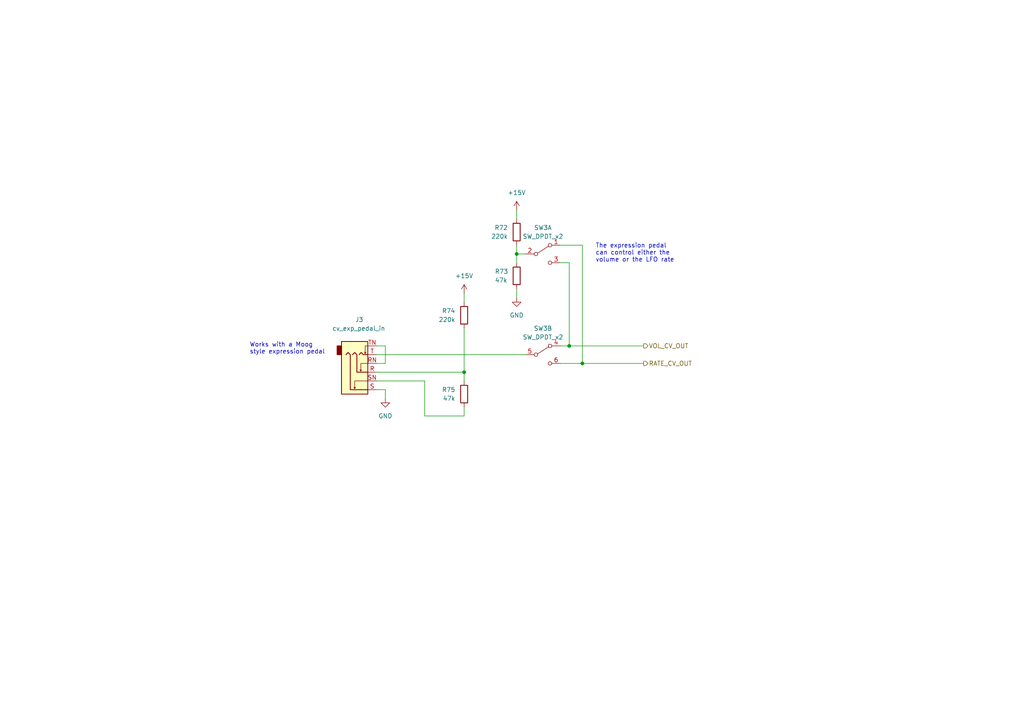
<source format=kicad_sch>
(kicad_sch (version 20211123) (generator eeschema)
  (paper "A4")
  (title_block (title "Wiggly EQ") (date "2022-08-01") (rev "0") (comment 2 "creativecommons.org/licenses/by/4.0") (comment 3 "License: CC by 4.0") (comment 4 "Author: Jordan Aceto"))
  (lib_symbols
    (symbol "Connector:AudioJack3_Switch"
      (property "Reference" "J" (at 0 11.43 0))
      (property "Value" "AudioJack3_Switch" (at 0 8.89 0))
      (symbol "AudioJack3_Switch_0_1"
        (rectangle (start -5.08 -5.08) (end -6.35 -7.62) (stroke (width 0.254)) (fill (type outline)))
        (polyline (pts (xy -1.27 4.826) (xy -1.016 4.318)))
        (polyline (pts (xy 0.508 -0.254) (xy 0.762 -0.762)))
        (polyline (pts (xy 1.778 -5.334) (xy 2.032 -5.842)))
        (polyline (pts (xy 0 -5.08) (xy 0.635 -5.715) (xy 1.27 -5.08) (xy 2.54 -5.08)) (stroke (width 0.254)))
        (polyline (pts (xy 2.54 -7.62) (xy 1.778 -7.62) (xy 1.778 -5.334) (xy 1.524 -5.842)))
        (polyline (pts (xy 2.54 -2.54) (xy 0.508 -2.54) (xy 0.508 -0.254) (xy 0.254 -0.762)))
        (polyline (pts (xy 2.54 2.54) (xy -1.27 2.54) (xy -1.27 4.826) (xy -1.524 4.318)))
        (polyline (pts (xy -1.905 -5.08) (xy -1.27 -5.715) (xy -0.635 -5.08) (xy -0.635 0) (xy 2.54 0)) (stroke (width 0.254)))
        (polyline (pts (xy 2.54 5.08) (xy -2.54 5.08) (xy -2.54 -5.08) (xy -3.175 -5.715) (xy -3.81 -5.08)) (stroke (width 0.254)))
        (rectangle (start 2.54 6.35) (end -5.08 -8.89) (stroke (width 0.254)) (fill (type background)))
      )
      (symbol "AudioJack3_Switch_1_1"
        (pin passive line (at 5.08 0 180) (length 2.54) (name "~") (number "R"))
        (pin passive line (at 5.08 -2.54 180) (length 2.54) (name "~") (number "RN"))
        (pin passive line (at 5.08 5.08 180) (length 2.54) (name "~") (number "S"))
        (pin passive line (at 5.08 2.54 180) (length 2.54) (name "~") (number "SN"))
        (pin passive line (at 5.08 -5.08 180) (length 2.54) (name "~") (number "T"))
        (pin passive line (at 5.08 -7.62 180) (length 2.54) (name "~") (number "TN"))
      )
    )
    (symbol "Device:R" (pin_numbers hide) (pin_names (offset 0))
      (property "Reference" "R" (at 2.032 0 90))
      (property "Value" "R" (at 0 0 90))
      (symbol "R_0_1"
        (rectangle (start -1.016 -2.54) (end 1.016 2.54) (stroke (width 0.254)))
      )
      (symbol "R_1_1"
        (pin passive line (at 0 3.81 270) (length 1.27) (name "~") (number "1"))
        (pin passive line (at 0 -3.81 90) (length 1.27) (name "~") (number "2"))
      )
    )
    (symbol "Switch:SW_DPDT_x2" (pin_names (offset 0) hide)
      (property "Reference" "SW" (at 0 4.318 0))
      (property "Value" "SW_DPDT_x2" (at 0 -5.08 0))
      (symbol "SW_DPDT_x2_0_0"
        (circle (center -2.032 0) (radius 0.508))
        (circle (center 2.032 -2.54) (radius 0.508))
      )
      (symbol "SW_DPDT_x2_0_1"
        (polyline (pts (xy -1.524 0.254) (xy 1.651 2.286)))
        (circle (center 2.032 2.54) (radius 0.508))
      )
      (symbol "SW_DPDT_x2_1_1"
        (pin passive line (at 5.08 2.54 180) (length 2.54) (name "A") (number "1"))
        (pin passive line (at -5.08 0 0) (length 2.54) (name "B") (number "2"))
        (pin passive line (at 5.08 -2.54 180) (length 2.54) (name "C") (number "3"))
      )
      (symbol "SW_DPDT_x2_2_1"
        (pin passive line (at 5.08 2.54 180) (length 2.54) (name "A") (number "4"))
        (pin passive line (at -5.08 0 0) (length 2.54) (name "B") (number "5"))
        (pin passive line (at 5.08 -2.54 180) (length 2.54) (name "C") (number "6"))
      )
    )
    (symbol "power:+15V" (power) (pin_names (offset 0))
      (property "Value" "+15V" (at 0 3.556 0))
      (symbol "+15V_0_1"
        (polyline (pts (xy -0.762 1.27) (xy 0 2.54)))
        (polyline (pts (xy 0 0) (xy 0 2.54)))
        (polyline (pts (xy 0 2.54) (xy 0.762 1.27)))
      )
      (symbol "+15V_1_1"
        (pin power_in line (at 0 0 90) (length 0) hide (name "+15V") (number "1"))
      )
    )
    (symbol "power:GND" (power) (pin_names (offset 0))
      (property "Value" "GND" (at 0 -3.81 0))
      (symbol "GND_0_1"
        (polyline (pts (xy 0 0) (xy 0 -1.27) (xy 1.27 -1.27) (xy 0 -2.54) (xy -1.27 -1.27) (xy 0 -1.27)))
      )
      (symbol "GND_1_1"
        (pin power_in line (at 0 0 270) (length 0) hide (name "GND") (number "1"))
      )
    )
  )
  (junction (at 149.86 73.66))
  (junction (at 165.1 100.33))
  (junction (at 168.91 105.41))
  (junction (at 134.62 107.95))
  (wire (pts (xy 109.22 107.95) (xy 134.62 107.95)))
  (wire (pts (xy 162.56 76.2) (xy 165.1 76.2)))
  (wire (pts (xy 109.22 102.87) (xy 152.4 102.87)))
  (wire (pts (xy 149.86 73.66) (xy 149.86 76.2)))
  (wire (pts (xy 111.76 105.41) (xy 111.76 100.33)))
  (wire (pts (xy 162.56 100.33) (xy 165.1 100.33)))
  (wire (pts (xy 134.62 85.09) (xy 134.62 87.63)))
  (wire (pts (xy 134.62 107.95) (xy 134.62 110.49)))
  (wire (pts (xy 123.19 110.49) (xy 123.19 120.65)))
  (wire (pts (xy 149.86 71.12) (xy 149.86 73.66)))
  (wire (pts (xy 111.76 100.33) (xy 109.22 100.33)))
  (wire (pts (xy 149.86 60.96) (xy 149.86 63.5)))
  (wire (pts (xy 109.22 110.49) (xy 123.19 110.49)))
  (wire (pts (xy 168.91 105.41) (xy 186.69 105.41)))
  (wire (pts (xy 109.22 105.41) (xy 111.76 105.41)))
  (wire (pts (xy 165.1 100.33) (xy 186.69 100.33)))
  (wire (pts (xy 162.56 105.41) (xy 168.91 105.41)))
  (wire (pts (xy 168.91 71.12) (xy 162.56 71.12)))
  (wire (pts (xy 134.62 120.65) (xy 134.62 118.11)))
  (wire (pts (xy 111.76 115.57) (xy 111.76 113.03)))
  (wire (pts (xy 149.86 73.66) (xy 152.4 73.66)))
  (wire (pts (xy 111.76 113.03) (xy 109.22 113.03)))
  (wire (pts (xy 123.19 120.65) (xy 134.62 120.65)))
  (wire (pts (xy 134.62 107.95) (xy 134.62 95.25)))
  (wire (pts (xy 168.91 105.41) (xy 168.91 71.12)))
  (wire (pts (xy 149.86 83.82) (xy 149.86 86.36)))
  (wire (pts (xy 165.1 100.33) (xy 165.1 76.2)))
  (text "The expression pedal\ncan control either the\nvolume or the LFO rate" (at 172.72 76.2 0) (effects (font (size 1.27 1.27)) (justify left bottom)))
  (text "Works with a Moog\nstyle expression pedal" (at 72.39 102.87 0) (effects (font (size 1.27 1.27)) (justify left bottom)))
  (hierarchical_label "VOL_CV_OUT" (shape output) (at 186.69 100.33 0))
  (hierarchical_label "RATE_CV_OUT" (shape output) (at 186.69 105.41 0))
  (symbol (lib_id "power:+15V") (at 149.86 60.96 0) (unit 1)
    (property "Reference" "#PWR068" (effects hide))
    (property "Value" "+15V" (at 149.86 55.88 0))
  )
  (symbol (lib_id "power:GND") (at 111.76 115.57 0) (unit 1)
    (property "Reference" "#PWR071" (effects hide))
    (property "Value" "GND" (at 111.76 120.65 0))
  )
  (symbol (lib_id "power:GND") (at 149.86 86.36 0) (unit 1)
    (property "Reference" "#PWR070" (effects hide))
    (property "Value" "GND" (at 149.86 91.44 0))
  )
  (symbol (lib_id "Connector:AudioJack3_Switch") (at 104.14 107.95 0) (mirror x) (unit 1)
    (property "Reference" "J3" (at 105.41 92.71 0) (effects (justify right)))
    (property "Value" "cv_exp_pedal_in" (at 111.76 95.25 0) (effects (justify right)))
  )
  (symbol (lib_id "Device:R") (at 149.86 80.01 0) (unit 1)
    (property "Reference" "R73" (at 143.51 78.74 0) (effects (justify left)))
    (property "Value" "47k" (at 143.51 81.28 0) (effects (justify left)))
  )
  (symbol (lib_id "Device:R") (at 134.62 114.3 0) (mirror x) (unit 1)
    (property "Reference" "R75" (at 132.08 113.0299 0) (effects (justify right)))
    (property "Value" "47k" (at 132.08 115.5699 0) (effects (justify right)))
  )
  (symbol (lib_id "Device:R") (at 134.62 91.44 0) (mirror x) (unit 1)
    (property "Reference" "R74" (at 132.08 90.1699 0) (effects (justify right)))
    (property "Value" "220k" (at 132.08 92.7099 0) (effects (justify right)))
  )
  (symbol (lib_id "Switch:SW_DPDT_x2") (at 157.48 73.66 0) (unit 1)
    (property "Reference" "SW3" (at 157.48 66.04 0))
    (property "Value" "SW_DPDT_x2" (at 157.48 68.58 0))
  )
  (symbol (lib_id "Switch:SW_DPDT_x2") (at 157.48 102.87 0) (unit 2)
    (property "Reference" "SW3" (at 157.48 95.25 0))
    (property "Value" "SW_DPDT_x2" (at 157.48 97.79 0))
  )
  (symbol (lib_id "Device:R") (at 149.86 67.31 0) (mirror x) (unit 1)
    (property "Reference" "R72" (at 147.32 66.0399 0) (effects (justify right)))
    (property "Value" "220k" (at 147.32 68.5799 0) (effects (justify right)))
  )
  (symbol (lib_id "power:+15V") (at 134.62 85.09 0) (unit 1)
    (property "Reference" "#PWR069" (effects hide))
    (property "Value" "+15V" (at 134.62 80.01 0))
  )
)
</source>
